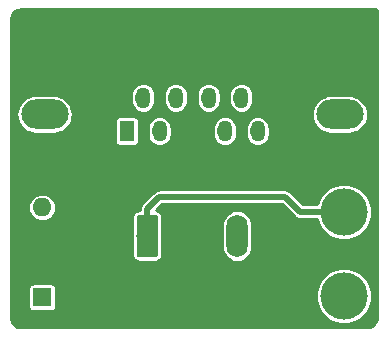
<source format=gbl>
G04 #@! TF.GenerationSoftware,KiCad,Pcbnew,(5.1.4)-1*
G04 #@! TF.CreationDate,2021-11-22T21:05:38+08:00*
G04 #@! TF.ProjectId,CAN-DB9,43414e2d-4442-4392-9e6b-696361645f70,rev?*
G04 #@! TF.SameCoordinates,Original*
G04 #@! TF.FileFunction,Copper,L2,Bot*
G04 #@! TF.FilePolarity,Positive*
%FSLAX46Y46*%
G04 Gerber Fmt 4.6, Leading zero omitted, Abs format (unit mm)*
G04 Created by KiCad (PCBNEW (5.1.4)-1) date 2021-11-22 21:05:38*
%MOMM*%
%LPD*%
G04 APERTURE LIST*
%ADD10O,1.600000X1.600000*%
%ADD11R,1.600000X1.600000*%
%ADD12C,4.000000*%
%ADD13O,1.270000X1.778000*%
%ADD14O,4.000000X2.500000*%
%ADD15R,1.270000X1.778000*%
%ADD16O,1.800000X3.600000*%
%ADD17C,0.100000*%
%ADD18C,1.800000*%
%ADD19C,0.508000*%
%ADD20C,0.254000*%
G04 APERTURE END LIST*
D10*
X103124000Y-77343000D03*
D11*
X103124000Y-84963000D03*
D12*
X128651000Y-84836000D03*
X128651000Y-77724000D03*
D13*
X119979000Y-68049000D03*
X117209000Y-68049000D03*
X114439000Y-68049000D03*
X121364000Y-70889000D03*
X118594000Y-70889000D03*
X115824000Y-70889000D03*
X113054000Y-70889000D03*
D14*
X128319000Y-69469000D03*
X103329000Y-69469000D03*
D13*
X111669000Y-68049000D03*
D15*
X110284000Y-70889000D03*
D16*
X119634000Y-79756000D03*
X115824000Y-79756000D03*
D17*
G36*
X112688504Y-77957204D02*
G01*
X112712773Y-77960804D01*
X112736571Y-77966765D01*
X112759671Y-77975030D01*
X112781849Y-77985520D01*
X112802893Y-77998133D01*
X112822598Y-78012747D01*
X112840777Y-78029223D01*
X112857253Y-78047402D01*
X112871867Y-78067107D01*
X112884480Y-78088151D01*
X112894970Y-78110329D01*
X112903235Y-78133429D01*
X112909196Y-78157227D01*
X112912796Y-78181496D01*
X112914000Y-78206000D01*
X112914000Y-81306000D01*
X112912796Y-81330504D01*
X112909196Y-81354773D01*
X112903235Y-81378571D01*
X112894970Y-81401671D01*
X112884480Y-81423849D01*
X112871867Y-81444893D01*
X112857253Y-81464598D01*
X112840777Y-81482777D01*
X112822598Y-81499253D01*
X112802893Y-81513867D01*
X112781849Y-81526480D01*
X112759671Y-81536970D01*
X112736571Y-81545235D01*
X112712773Y-81551196D01*
X112688504Y-81554796D01*
X112664000Y-81556000D01*
X111364000Y-81556000D01*
X111339496Y-81554796D01*
X111315227Y-81551196D01*
X111291429Y-81545235D01*
X111268329Y-81536970D01*
X111246151Y-81526480D01*
X111225107Y-81513867D01*
X111205402Y-81499253D01*
X111187223Y-81482777D01*
X111170747Y-81464598D01*
X111156133Y-81444893D01*
X111143520Y-81423849D01*
X111133030Y-81401671D01*
X111124765Y-81378571D01*
X111118804Y-81354773D01*
X111115204Y-81330504D01*
X111114000Y-81306000D01*
X111114000Y-78206000D01*
X111115204Y-78181496D01*
X111118804Y-78157227D01*
X111124765Y-78133429D01*
X111133030Y-78110329D01*
X111143520Y-78088151D01*
X111156133Y-78067107D01*
X111170747Y-78047402D01*
X111187223Y-78029223D01*
X111205402Y-78012747D01*
X111225107Y-77998133D01*
X111246151Y-77985520D01*
X111268329Y-77975030D01*
X111291429Y-77966765D01*
X111315227Y-77960804D01*
X111339496Y-77957204D01*
X111364000Y-77956000D01*
X112664000Y-77956000D01*
X112688504Y-77957204D01*
X112688504Y-77957204D01*
G37*
D18*
X112014000Y-79756000D03*
D19*
X112014000Y-77470000D02*
X112014000Y-79756000D01*
X113030000Y-76454000D02*
X112014000Y-77470000D01*
X123698000Y-76454000D02*
X113030000Y-76454000D01*
X128651000Y-77724000D02*
X124968000Y-77724000D01*
X124968000Y-77724000D02*
X123698000Y-76454000D01*
D20*
G36*
X131365649Y-60590967D02*
G01*
X131388834Y-60606459D01*
X131389921Y-60607345D01*
X131433323Y-60659808D01*
X131445000Y-60718510D01*
X131445000Y-86623766D01*
X131427624Y-86800189D01*
X131377978Y-86963850D01*
X131297362Y-87114672D01*
X131188870Y-87246870D01*
X131056672Y-87355362D01*
X130905850Y-87435978D01*
X130742189Y-87485624D01*
X130565766Y-87503000D01*
X101336234Y-87503000D01*
X101159811Y-87485624D01*
X100996150Y-87435978D01*
X100845328Y-87355362D01*
X100713130Y-87246870D01*
X100604638Y-87114672D01*
X100524022Y-86963850D01*
X100474376Y-86800189D01*
X100457000Y-86623766D01*
X100457000Y-84163000D01*
X101941157Y-84163000D01*
X101941157Y-85763000D01*
X101948513Y-85837689D01*
X101970299Y-85909508D01*
X102005678Y-85975696D01*
X102053289Y-86033711D01*
X102111304Y-86081322D01*
X102177492Y-86116701D01*
X102249311Y-86138487D01*
X102324000Y-86145843D01*
X103924000Y-86145843D01*
X103998689Y-86138487D01*
X104070508Y-86116701D01*
X104136696Y-86081322D01*
X104194711Y-86033711D01*
X104242322Y-85975696D01*
X104277701Y-85909508D01*
X104299487Y-85837689D01*
X104306843Y-85763000D01*
X104306843Y-84601492D01*
X126270000Y-84601492D01*
X126270000Y-85070508D01*
X126361500Y-85530512D01*
X126540985Y-85963827D01*
X126801556Y-86353799D01*
X127133201Y-86685444D01*
X127523173Y-86946015D01*
X127956488Y-87125500D01*
X128416492Y-87217000D01*
X128885508Y-87217000D01*
X129345512Y-87125500D01*
X129778827Y-86946015D01*
X130168799Y-86685444D01*
X130500444Y-86353799D01*
X130761015Y-85963827D01*
X130940500Y-85530512D01*
X131032000Y-85070508D01*
X131032000Y-84601492D01*
X130940500Y-84141488D01*
X130761015Y-83708173D01*
X130500444Y-83318201D01*
X130168799Y-82986556D01*
X129778827Y-82725985D01*
X129345512Y-82546500D01*
X128885508Y-82455000D01*
X128416492Y-82455000D01*
X127956488Y-82546500D01*
X127523173Y-82725985D01*
X127133201Y-82986556D01*
X126801556Y-83318201D01*
X126540985Y-83708173D01*
X126361500Y-84141488D01*
X126270000Y-84601492D01*
X104306843Y-84601492D01*
X104306843Y-84163000D01*
X104299487Y-84088311D01*
X104277701Y-84016492D01*
X104242322Y-83950304D01*
X104194711Y-83892289D01*
X104136696Y-83844678D01*
X104070508Y-83809299D01*
X103998689Y-83787513D01*
X103924000Y-83780157D01*
X102324000Y-83780157D01*
X102249311Y-83787513D01*
X102177492Y-83809299D01*
X102111304Y-83844678D01*
X102053289Y-83892289D01*
X102005678Y-83950304D01*
X101970299Y-84016492D01*
X101948513Y-84088311D01*
X101941157Y-84163000D01*
X100457000Y-84163000D01*
X100457000Y-77343000D01*
X101937286Y-77343000D01*
X101960088Y-77574516D01*
X102027619Y-77797136D01*
X102137283Y-78002303D01*
X102284866Y-78182134D01*
X102464697Y-78329717D01*
X102669864Y-78439381D01*
X102892484Y-78506912D01*
X103065984Y-78524000D01*
X103182016Y-78524000D01*
X103355516Y-78506912D01*
X103578136Y-78439381D01*
X103783303Y-78329717D01*
X103934053Y-78206000D01*
X110731157Y-78206000D01*
X110731157Y-81306000D01*
X110743317Y-81429462D01*
X110779329Y-81548179D01*
X110837810Y-81657589D01*
X110916512Y-81753488D01*
X111012411Y-81832190D01*
X111121821Y-81890671D01*
X111240538Y-81926683D01*
X111364000Y-81938843D01*
X112664000Y-81938843D01*
X112787462Y-81926683D01*
X112906179Y-81890671D01*
X113015589Y-81832190D01*
X113111488Y-81753488D01*
X113190190Y-81657589D01*
X113248671Y-81548179D01*
X113284683Y-81429462D01*
X113296843Y-81306000D01*
X113296843Y-78793071D01*
X118353000Y-78793071D01*
X118353000Y-80718930D01*
X118371536Y-80907120D01*
X118444785Y-81148589D01*
X118563735Y-81371129D01*
X118723815Y-81566186D01*
X118918872Y-81726266D01*
X119141412Y-81845216D01*
X119382881Y-81918465D01*
X119634000Y-81943198D01*
X119885120Y-81918465D01*
X120126589Y-81845216D01*
X120349129Y-81726266D01*
X120544186Y-81566186D01*
X120704266Y-81371129D01*
X120823216Y-81148589D01*
X120896465Y-80907120D01*
X120915000Y-80718930D01*
X120915000Y-78793070D01*
X120896465Y-78604880D01*
X120823216Y-78363411D01*
X120704266Y-78140871D01*
X120544186Y-77945814D01*
X120349128Y-77785734D01*
X120126588Y-77666784D01*
X119885119Y-77593535D01*
X119634000Y-77568802D01*
X119382880Y-77593535D01*
X119141411Y-77666784D01*
X118918871Y-77785734D01*
X118723814Y-77945814D01*
X118563734Y-78140872D01*
X118444784Y-78363412D01*
X118371535Y-78604881D01*
X118353000Y-78793071D01*
X113296843Y-78793071D01*
X113296843Y-78206000D01*
X113284683Y-78082538D01*
X113248671Y-77963821D01*
X113190190Y-77854411D01*
X113111488Y-77758512D01*
X113015589Y-77679810D01*
X112906179Y-77621329D01*
X112794556Y-77587469D01*
X113293025Y-77089000D01*
X123434976Y-77089000D01*
X124496930Y-78150955D01*
X124516815Y-78175185D01*
X124541043Y-78195068D01*
X124613505Y-78254537D01*
X124723820Y-78313502D01*
X124843518Y-78349812D01*
X124936808Y-78359000D01*
X124936818Y-78359000D01*
X124967999Y-78362071D01*
X124999180Y-78359000D01*
X126349662Y-78359000D01*
X126361500Y-78418512D01*
X126540985Y-78851827D01*
X126801556Y-79241799D01*
X127133201Y-79573444D01*
X127523173Y-79834015D01*
X127956488Y-80013500D01*
X128416492Y-80105000D01*
X128885508Y-80105000D01*
X129345512Y-80013500D01*
X129778827Y-79834015D01*
X130168799Y-79573444D01*
X130500444Y-79241799D01*
X130761015Y-78851827D01*
X130940500Y-78418512D01*
X131032000Y-77958508D01*
X131032000Y-77489492D01*
X130940500Y-77029488D01*
X130761015Y-76596173D01*
X130500444Y-76206201D01*
X130168799Y-75874556D01*
X129778827Y-75613985D01*
X129345512Y-75434500D01*
X128885508Y-75343000D01*
X128416492Y-75343000D01*
X127956488Y-75434500D01*
X127523173Y-75613985D01*
X127133201Y-75874556D01*
X126801556Y-76206201D01*
X126540985Y-76596173D01*
X126361500Y-77029488D01*
X126349662Y-77089000D01*
X125231025Y-77089000D01*
X124169074Y-76027050D01*
X124149185Y-76002815D01*
X124052494Y-75923463D01*
X123942180Y-75864498D01*
X123822482Y-75828188D01*
X123729192Y-75819000D01*
X123729181Y-75819000D01*
X123698000Y-75815929D01*
X123666819Y-75819000D01*
X113061181Y-75819000D01*
X113030000Y-75815929D01*
X112998819Y-75819000D01*
X112998808Y-75819000D01*
X112905518Y-75828188D01*
X112785820Y-75864498D01*
X112675506Y-75923463D01*
X112578815Y-76002815D01*
X112558930Y-76027045D01*
X111587050Y-76998926D01*
X111562815Y-77018815D01*
X111483463Y-77115507D01*
X111424498Y-77225821D01*
X111388188Y-77345519D01*
X111379000Y-77438809D01*
X111379000Y-77438819D01*
X111375929Y-77470000D01*
X111379000Y-77501181D01*
X111379000Y-77573157D01*
X111364000Y-77573157D01*
X111240538Y-77585317D01*
X111121821Y-77621329D01*
X111012411Y-77679810D01*
X110916512Y-77758512D01*
X110837810Y-77854411D01*
X110779329Y-77963821D01*
X110743317Y-78082538D01*
X110731157Y-78206000D01*
X103934053Y-78206000D01*
X103963134Y-78182134D01*
X104110717Y-78002303D01*
X104220381Y-77797136D01*
X104287912Y-77574516D01*
X104310714Y-77343000D01*
X104287912Y-77111484D01*
X104220381Y-76888864D01*
X104110717Y-76683697D01*
X103963134Y-76503866D01*
X103783303Y-76356283D01*
X103578136Y-76246619D01*
X103355516Y-76179088D01*
X103182016Y-76162000D01*
X103065984Y-76162000D01*
X102892484Y-76179088D01*
X102669864Y-76246619D01*
X102464697Y-76356283D01*
X102284866Y-76503866D01*
X102137283Y-76683697D01*
X102027619Y-76888864D01*
X101960088Y-77111484D01*
X101937286Y-77343000D01*
X100457000Y-77343000D01*
X100457000Y-69469000D01*
X100940109Y-69469000D01*
X100971600Y-69788732D01*
X101064862Y-70096176D01*
X101216312Y-70379519D01*
X101420129Y-70627871D01*
X101668481Y-70831688D01*
X101951824Y-70983138D01*
X102259268Y-71076400D01*
X102498882Y-71100000D01*
X104159118Y-71100000D01*
X104398732Y-71076400D01*
X104706176Y-70983138D01*
X104989519Y-70831688D01*
X105237871Y-70627871D01*
X105441688Y-70379519D01*
X105593138Y-70096176D01*
X105622312Y-70000000D01*
X109266157Y-70000000D01*
X109266157Y-71778000D01*
X109273513Y-71852689D01*
X109295299Y-71924508D01*
X109330678Y-71990696D01*
X109378289Y-72048711D01*
X109436304Y-72096322D01*
X109502492Y-72131701D01*
X109574311Y-72153487D01*
X109649000Y-72160843D01*
X110919000Y-72160843D01*
X110993689Y-72153487D01*
X111065508Y-72131701D01*
X111131696Y-72096322D01*
X111189711Y-72048711D01*
X111237322Y-71990696D01*
X111272701Y-71924508D01*
X111294487Y-71852689D01*
X111301843Y-71778000D01*
X111301843Y-70585098D01*
X112038000Y-70585098D01*
X112038000Y-71192901D01*
X112052702Y-71342170D01*
X112110798Y-71533686D01*
X112205140Y-71710190D01*
X112332104Y-71864896D01*
X112486810Y-71991860D01*
X112663313Y-72086202D01*
X112854829Y-72144298D01*
X113054000Y-72163915D01*
X113253170Y-72144298D01*
X113444686Y-72086202D01*
X113621190Y-71991860D01*
X113775896Y-71864896D01*
X113902860Y-71710190D01*
X113997202Y-71533687D01*
X114055298Y-71342171D01*
X114070000Y-71192902D01*
X114070000Y-70585099D01*
X114070000Y-70585098D01*
X117578000Y-70585098D01*
X117578000Y-71192901D01*
X117592702Y-71342170D01*
X117650798Y-71533686D01*
X117745140Y-71710190D01*
X117872104Y-71864896D01*
X118026810Y-71991860D01*
X118203313Y-72086202D01*
X118394829Y-72144298D01*
X118594000Y-72163915D01*
X118793170Y-72144298D01*
X118984686Y-72086202D01*
X119161190Y-71991860D01*
X119315896Y-71864896D01*
X119442860Y-71710190D01*
X119537202Y-71533687D01*
X119595298Y-71342171D01*
X119610000Y-71192902D01*
X119610000Y-70585099D01*
X119610000Y-70585098D01*
X120348000Y-70585098D01*
X120348000Y-71192901D01*
X120362702Y-71342170D01*
X120420798Y-71533686D01*
X120515140Y-71710190D01*
X120642104Y-71864896D01*
X120796810Y-71991860D01*
X120973313Y-72086202D01*
X121164829Y-72144298D01*
X121364000Y-72163915D01*
X121563170Y-72144298D01*
X121754686Y-72086202D01*
X121931190Y-71991860D01*
X122085896Y-71864896D01*
X122212860Y-71710190D01*
X122307202Y-71533687D01*
X122365298Y-71342171D01*
X122380000Y-71192902D01*
X122380000Y-70585099D01*
X122365298Y-70435830D01*
X122307202Y-70244313D01*
X122212860Y-70067810D01*
X122085896Y-69913104D01*
X121931190Y-69786140D01*
X121754687Y-69691798D01*
X121563171Y-69633702D01*
X121364000Y-69614085D01*
X121164830Y-69633702D01*
X120973314Y-69691798D01*
X120796811Y-69786140D01*
X120642105Y-69913104D01*
X120515141Y-70067810D01*
X120420798Y-70244313D01*
X120362702Y-70435829D01*
X120348000Y-70585098D01*
X119610000Y-70585098D01*
X119595298Y-70435830D01*
X119537202Y-70244313D01*
X119442860Y-70067810D01*
X119315896Y-69913104D01*
X119161190Y-69786140D01*
X118984687Y-69691798D01*
X118793171Y-69633702D01*
X118594000Y-69614085D01*
X118394830Y-69633702D01*
X118203314Y-69691798D01*
X118026811Y-69786140D01*
X117872105Y-69913104D01*
X117745141Y-70067810D01*
X117650798Y-70244313D01*
X117592702Y-70435829D01*
X117578000Y-70585098D01*
X114070000Y-70585098D01*
X114055298Y-70435830D01*
X113997202Y-70244313D01*
X113902860Y-70067810D01*
X113775896Y-69913104D01*
X113621190Y-69786140D01*
X113444687Y-69691798D01*
X113253171Y-69633702D01*
X113054000Y-69614085D01*
X112854830Y-69633702D01*
X112663314Y-69691798D01*
X112486811Y-69786140D01*
X112332105Y-69913104D01*
X112205141Y-70067810D01*
X112110798Y-70244313D01*
X112052702Y-70435829D01*
X112038000Y-70585098D01*
X111301843Y-70585098D01*
X111301843Y-70000000D01*
X111294487Y-69925311D01*
X111272701Y-69853492D01*
X111237322Y-69787304D01*
X111189711Y-69729289D01*
X111131696Y-69681678D01*
X111065508Y-69646299D01*
X110993689Y-69624513D01*
X110919000Y-69617157D01*
X109649000Y-69617157D01*
X109574311Y-69624513D01*
X109502492Y-69646299D01*
X109436304Y-69681678D01*
X109378289Y-69729289D01*
X109330678Y-69787304D01*
X109295299Y-69853492D01*
X109273513Y-69925311D01*
X109266157Y-70000000D01*
X105622312Y-70000000D01*
X105686400Y-69788732D01*
X105717891Y-69469000D01*
X125930109Y-69469000D01*
X125961600Y-69788732D01*
X126054862Y-70096176D01*
X126206312Y-70379519D01*
X126410129Y-70627871D01*
X126658481Y-70831688D01*
X126941824Y-70983138D01*
X127249268Y-71076400D01*
X127488882Y-71100000D01*
X129149118Y-71100000D01*
X129388732Y-71076400D01*
X129696176Y-70983138D01*
X129979519Y-70831688D01*
X130227871Y-70627871D01*
X130431688Y-70379519D01*
X130583138Y-70096176D01*
X130676400Y-69788732D01*
X130707891Y-69469000D01*
X130676400Y-69149268D01*
X130583138Y-68841824D01*
X130431688Y-68558481D01*
X130227871Y-68310129D01*
X129979519Y-68106312D01*
X129696176Y-67954862D01*
X129388732Y-67861600D01*
X129149118Y-67838000D01*
X127488882Y-67838000D01*
X127249268Y-67861600D01*
X126941824Y-67954862D01*
X126658481Y-68106312D01*
X126410129Y-68310129D01*
X126206312Y-68558481D01*
X126054862Y-68841824D01*
X125961600Y-69149268D01*
X125930109Y-69469000D01*
X105717891Y-69469000D01*
X105686400Y-69149268D01*
X105593138Y-68841824D01*
X105441688Y-68558481D01*
X105237871Y-68310129D01*
X104989519Y-68106312D01*
X104706176Y-67954862D01*
X104398732Y-67861600D01*
X104159118Y-67838000D01*
X102498882Y-67838000D01*
X102259268Y-67861600D01*
X101951824Y-67954862D01*
X101668481Y-68106312D01*
X101420129Y-68310129D01*
X101216312Y-68558481D01*
X101064862Y-68841824D01*
X100971600Y-69149268D01*
X100940109Y-69469000D01*
X100457000Y-69469000D01*
X100457000Y-67745098D01*
X110653000Y-67745098D01*
X110653000Y-68352901D01*
X110667702Y-68502170D01*
X110725798Y-68693686D01*
X110820140Y-68870190D01*
X110947104Y-69024896D01*
X111101810Y-69151860D01*
X111278313Y-69246202D01*
X111469829Y-69304298D01*
X111669000Y-69323915D01*
X111868170Y-69304298D01*
X112059686Y-69246202D01*
X112236190Y-69151860D01*
X112390896Y-69024896D01*
X112517860Y-68870190D01*
X112612202Y-68693687D01*
X112670298Y-68502171D01*
X112685000Y-68352902D01*
X112685000Y-67745099D01*
X112685000Y-67745098D01*
X113423000Y-67745098D01*
X113423000Y-68352901D01*
X113437702Y-68502170D01*
X113495798Y-68693686D01*
X113590140Y-68870190D01*
X113717104Y-69024896D01*
X113871810Y-69151860D01*
X114048313Y-69246202D01*
X114239829Y-69304298D01*
X114439000Y-69323915D01*
X114638170Y-69304298D01*
X114829686Y-69246202D01*
X115006190Y-69151860D01*
X115160896Y-69024896D01*
X115287860Y-68870190D01*
X115382202Y-68693687D01*
X115440298Y-68502171D01*
X115455000Y-68352902D01*
X115455000Y-67745099D01*
X115455000Y-67745098D01*
X116193000Y-67745098D01*
X116193000Y-68352901D01*
X116207702Y-68502170D01*
X116265798Y-68693686D01*
X116360140Y-68870190D01*
X116487104Y-69024896D01*
X116641810Y-69151860D01*
X116818313Y-69246202D01*
X117009829Y-69304298D01*
X117209000Y-69323915D01*
X117408170Y-69304298D01*
X117599686Y-69246202D01*
X117776190Y-69151860D01*
X117930896Y-69024896D01*
X118057860Y-68870190D01*
X118152202Y-68693687D01*
X118210298Y-68502171D01*
X118225000Y-68352902D01*
X118225000Y-67745099D01*
X118225000Y-67745098D01*
X118963000Y-67745098D01*
X118963000Y-68352901D01*
X118977702Y-68502170D01*
X119035798Y-68693686D01*
X119130140Y-68870190D01*
X119257104Y-69024896D01*
X119411810Y-69151860D01*
X119588313Y-69246202D01*
X119779829Y-69304298D01*
X119979000Y-69323915D01*
X120178170Y-69304298D01*
X120369686Y-69246202D01*
X120546190Y-69151860D01*
X120700896Y-69024896D01*
X120827860Y-68870190D01*
X120922202Y-68693687D01*
X120980298Y-68502171D01*
X120995000Y-68352902D01*
X120995000Y-67745099D01*
X120980298Y-67595830D01*
X120922202Y-67404313D01*
X120827860Y-67227810D01*
X120700896Y-67073104D01*
X120546190Y-66946140D01*
X120369687Y-66851798D01*
X120178171Y-66793702D01*
X119979000Y-66774085D01*
X119779830Y-66793702D01*
X119588314Y-66851798D01*
X119411811Y-66946140D01*
X119257105Y-67073104D01*
X119130141Y-67227810D01*
X119035798Y-67404313D01*
X118977702Y-67595829D01*
X118963000Y-67745098D01*
X118225000Y-67745098D01*
X118210298Y-67595830D01*
X118152202Y-67404313D01*
X118057860Y-67227810D01*
X117930896Y-67073104D01*
X117776190Y-66946140D01*
X117599687Y-66851798D01*
X117408171Y-66793702D01*
X117209000Y-66774085D01*
X117009830Y-66793702D01*
X116818314Y-66851798D01*
X116641811Y-66946140D01*
X116487105Y-67073104D01*
X116360141Y-67227810D01*
X116265798Y-67404313D01*
X116207702Y-67595829D01*
X116193000Y-67745098D01*
X115455000Y-67745098D01*
X115440298Y-67595830D01*
X115382202Y-67404313D01*
X115287860Y-67227810D01*
X115160896Y-67073104D01*
X115006190Y-66946140D01*
X114829687Y-66851798D01*
X114638171Y-66793702D01*
X114439000Y-66774085D01*
X114239830Y-66793702D01*
X114048314Y-66851798D01*
X113871811Y-66946140D01*
X113717105Y-67073104D01*
X113590141Y-67227810D01*
X113495798Y-67404313D01*
X113437702Y-67595829D01*
X113423000Y-67745098D01*
X112685000Y-67745098D01*
X112670298Y-67595830D01*
X112612202Y-67404313D01*
X112517860Y-67227810D01*
X112390896Y-67073104D01*
X112236190Y-66946140D01*
X112059687Y-66851798D01*
X111868171Y-66793702D01*
X111669000Y-66774085D01*
X111469830Y-66793702D01*
X111278314Y-66851798D01*
X111101811Y-66946140D01*
X110947105Y-67073104D01*
X110820141Y-67227810D01*
X110725798Y-67404313D01*
X110667702Y-67595829D01*
X110653000Y-67745098D01*
X100457000Y-67745098D01*
X100457000Y-61458234D01*
X100474376Y-61281811D01*
X100524022Y-61118150D01*
X100604638Y-60967328D01*
X100713130Y-60835130D01*
X100845328Y-60726638D01*
X100996150Y-60646022D01*
X101159811Y-60596376D01*
X101336234Y-60579000D01*
X131305490Y-60579000D01*
X131365649Y-60590967D01*
X131365649Y-60590967D01*
G37*
X131365649Y-60590967D02*
X131388834Y-60606459D01*
X131389921Y-60607345D01*
X131433323Y-60659808D01*
X131445000Y-60718510D01*
X131445000Y-86623766D01*
X131427624Y-86800189D01*
X131377978Y-86963850D01*
X131297362Y-87114672D01*
X131188870Y-87246870D01*
X131056672Y-87355362D01*
X130905850Y-87435978D01*
X130742189Y-87485624D01*
X130565766Y-87503000D01*
X101336234Y-87503000D01*
X101159811Y-87485624D01*
X100996150Y-87435978D01*
X100845328Y-87355362D01*
X100713130Y-87246870D01*
X100604638Y-87114672D01*
X100524022Y-86963850D01*
X100474376Y-86800189D01*
X100457000Y-86623766D01*
X100457000Y-84163000D01*
X101941157Y-84163000D01*
X101941157Y-85763000D01*
X101948513Y-85837689D01*
X101970299Y-85909508D01*
X102005678Y-85975696D01*
X102053289Y-86033711D01*
X102111304Y-86081322D01*
X102177492Y-86116701D01*
X102249311Y-86138487D01*
X102324000Y-86145843D01*
X103924000Y-86145843D01*
X103998689Y-86138487D01*
X104070508Y-86116701D01*
X104136696Y-86081322D01*
X104194711Y-86033711D01*
X104242322Y-85975696D01*
X104277701Y-85909508D01*
X104299487Y-85837689D01*
X104306843Y-85763000D01*
X104306843Y-84601492D01*
X126270000Y-84601492D01*
X126270000Y-85070508D01*
X126361500Y-85530512D01*
X126540985Y-85963827D01*
X126801556Y-86353799D01*
X127133201Y-86685444D01*
X127523173Y-86946015D01*
X127956488Y-87125500D01*
X128416492Y-87217000D01*
X128885508Y-87217000D01*
X129345512Y-87125500D01*
X129778827Y-86946015D01*
X130168799Y-86685444D01*
X130500444Y-86353799D01*
X130761015Y-85963827D01*
X130940500Y-85530512D01*
X131032000Y-85070508D01*
X131032000Y-84601492D01*
X130940500Y-84141488D01*
X130761015Y-83708173D01*
X130500444Y-83318201D01*
X130168799Y-82986556D01*
X129778827Y-82725985D01*
X129345512Y-82546500D01*
X128885508Y-82455000D01*
X128416492Y-82455000D01*
X127956488Y-82546500D01*
X127523173Y-82725985D01*
X127133201Y-82986556D01*
X126801556Y-83318201D01*
X126540985Y-83708173D01*
X126361500Y-84141488D01*
X126270000Y-84601492D01*
X104306843Y-84601492D01*
X104306843Y-84163000D01*
X104299487Y-84088311D01*
X104277701Y-84016492D01*
X104242322Y-83950304D01*
X104194711Y-83892289D01*
X104136696Y-83844678D01*
X104070508Y-83809299D01*
X103998689Y-83787513D01*
X103924000Y-83780157D01*
X102324000Y-83780157D01*
X102249311Y-83787513D01*
X102177492Y-83809299D01*
X102111304Y-83844678D01*
X102053289Y-83892289D01*
X102005678Y-83950304D01*
X101970299Y-84016492D01*
X101948513Y-84088311D01*
X101941157Y-84163000D01*
X100457000Y-84163000D01*
X100457000Y-77343000D01*
X101937286Y-77343000D01*
X101960088Y-77574516D01*
X102027619Y-77797136D01*
X102137283Y-78002303D01*
X102284866Y-78182134D01*
X102464697Y-78329717D01*
X102669864Y-78439381D01*
X102892484Y-78506912D01*
X103065984Y-78524000D01*
X103182016Y-78524000D01*
X103355516Y-78506912D01*
X103578136Y-78439381D01*
X103783303Y-78329717D01*
X103934053Y-78206000D01*
X110731157Y-78206000D01*
X110731157Y-81306000D01*
X110743317Y-81429462D01*
X110779329Y-81548179D01*
X110837810Y-81657589D01*
X110916512Y-81753488D01*
X111012411Y-81832190D01*
X111121821Y-81890671D01*
X111240538Y-81926683D01*
X111364000Y-81938843D01*
X112664000Y-81938843D01*
X112787462Y-81926683D01*
X112906179Y-81890671D01*
X113015589Y-81832190D01*
X113111488Y-81753488D01*
X113190190Y-81657589D01*
X113248671Y-81548179D01*
X113284683Y-81429462D01*
X113296843Y-81306000D01*
X113296843Y-78793071D01*
X118353000Y-78793071D01*
X118353000Y-80718930D01*
X118371536Y-80907120D01*
X118444785Y-81148589D01*
X118563735Y-81371129D01*
X118723815Y-81566186D01*
X118918872Y-81726266D01*
X119141412Y-81845216D01*
X119382881Y-81918465D01*
X119634000Y-81943198D01*
X119885120Y-81918465D01*
X120126589Y-81845216D01*
X120349129Y-81726266D01*
X120544186Y-81566186D01*
X120704266Y-81371129D01*
X120823216Y-81148589D01*
X120896465Y-80907120D01*
X120915000Y-80718930D01*
X120915000Y-78793070D01*
X120896465Y-78604880D01*
X120823216Y-78363411D01*
X120704266Y-78140871D01*
X120544186Y-77945814D01*
X120349128Y-77785734D01*
X120126588Y-77666784D01*
X119885119Y-77593535D01*
X119634000Y-77568802D01*
X119382880Y-77593535D01*
X119141411Y-77666784D01*
X118918871Y-77785734D01*
X118723814Y-77945814D01*
X118563734Y-78140872D01*
X118444784Y-78363412D01*
X118371535Y-78604881D01*
X118353000Y-78793071D01*
X113296843Y-78793071D01*
X113296843Y-78206000D01*
X113284683Y-78082538D01*
X113248671Y-77963821D01*
X113190190Y-77854411D01*
X113111488Y-77758512D01*
X113015589Y-77679810D01*
X112906179Y-77621329D01*
X112794556Y-77587469D01*
X113293025Y-77089000D01*
X123434976Y-77089000D01*
X124496930Y-78150955D01*
X124516815Y-78175185D01*
X124541043Y-78195068D01*
X124613505Y-78254537D01*
X124723820Y-78313502D01*
X124843518Y-78349812D01*
X124936808Y-78359000D01*
X124936818Y-78359000D01*
X124967999Y-78362071D01*
X124999180Y-78359000D01*
X126349662Y-78359000D01*
X126361500Y-78418512D01*
X126540985Y-78851827D01*
X126801556Y-79241799D01*
X127133201Y-79573444D01*
X127523173Y-79834015D01*
X127956488Y-80013500D01*
X128416492Y-80105000D01*
X128885508Y-80105000D01*
X129345512Y-80013500D01*
X129778827Y-79834015D01*
X130168799Y-79573444D01*
X130500444Y-79241799D01*
X130761015Y-78851827D01*
X130940500Y-78418512D01*
X131032000Y-77958508D01*
X131032000Y-77489492D01*
X130940500Y-77029488D01*
X130761015Y-76596173D01*
X130500444Y-76206201D01*
X130168799Y-75874556D01*
X129778827Y-75613985D01*
X129345512Y-75434500D01*
X128885508Y-75343000D01*
X128416492Y-75343000D01*
X127956488Y-75434500D01*
X127523173Y-75613985D01*
X127133201Y-75874556D01*
X126801556Y-76206201D01*
X126540985Y-76596173D01*
X126361500Y-77029488D01*
X126349662Y-77089000D01*
X125231025Y-77089000D01*
X124169074Y-76027050D01*
X124149185Y-76002815D01*
X124052494Y-75923463D01*
X123942180Y-75864498D01*
X123822482Y-75828188D01*
X123729192Y-75819000D01*
X123729181Y-75819000D01*
X123698000Y-75815929D01*
X123666819Y-75819000D01*
X113061181Y-75819000D01*
X113030000Y-75815929D01*
X112998819Y-75819000D01*
X112998808Y-75819000D01*
X112905518Y-75828188D01*
X112785820Y-75864498D01*
X112675506Y-75923463D01*
X112578815Y-76002815D01*
X112558930Y-76027045D01*
X111587050Y-76998926D01*
X111562815Y-77018815D01*
X111483463Y-77115507D01*
X111424498Y-77225821D01*
X111388188Y-77345519D01*
X111379000Y-77438809D01*
X111379000Y-77438819D01*
X111375929Y-77470000D01*
X111379000Y-77501181D01*
X111379000Y-77573157D01*
X111364000Y-77573157D01*
X111240538Y-77585317D01*
X111121821Y-77621329D01*
X111012411Y-77679810D01*
X110916512Y-77758512D01*
X110837810Y-77854411D01*
X110779329Y-77963821D01*
X110743317Y-78082538D01*
X110731157Y-78206000D01*
X103934053Y-78206000D01*
X103963134Y-78182134D01*
X104110717Y-78002303D01*
X104220381Y-77797136D01*
X104287912Y-77574516D01*
X104310714Y-77343000D01*
X104287912Y-77111484D01*
X104220381Y-76888864D01*
X104110717Y-76683697D01*
X103963134Y-76503866D01*
X103783303Y-76356283D01*
X103578136Y-76246619D01*
X103355516Y-76179088D01*
X103182016Y-76162000D01*
X103065984Y-76162000D01*
X102892484Y-76179088D01*
X102669864Y-76246619D01*
X102464697Y-76356283D01*
X102284866Y-76503866D01*
X102137283Y-76683697D01*
X102027619Y-76888864D01*
X101960088Y-77111484D01*
X101937286Y-77343000D01*
X100457000Y-77343000D01*
X100457000Y-69469000D01*
X100940109Y-69469000D01*
X100971600Y-69788732D01*
X101064862Y-70096176D01*
X101216312Y-70379519D01*
X101420129Y-70627871D01*
X101668481Y-70831688D01*
X101951824Y-70983138D01*
X102259268Y-71076400D01*
X102498882Y-71100000D01*
X104159118Y-71100000D01*
X104398732Y-71076400D01*
X104706176Y-70983138D01*
X104989519Y-70831688D01*
X105237871Y-70627871D01*
X105441688Y-70379519D01*
X105593138Y-70096176D01*
X105622312Y-70000000D01*
X109266157Y-70000000D01*
X109266157Y-71778000D01*
X109273513Y-71852689D01*
X109295299Y-71924508D01*
X109330678Y-71990696D01*
X109378289Y-72048711D01*
X109436304Y-72096322D01*
X109502492Y-72131701D01*
X109574311Y-72153487D01*
X109649000Y-72160843D01*
X110919000Y-72160843D01*
X110993689Y-72153487D01*
X111065508Y-72131701D01*
X111131696Y-72096322D01*
X111189711Y-72048711D01*
X111237322Y-71990696D01*
X111272701Y-71924508D01*
X111294487Y-71852689D01*
X111301843Y-71778000D01*
X111301843Y-70585098D01*
X112038000Y-70585098D01*
X112038000Y-71192901D01*
X112052702Y-71342170D01*
X112110798Y-71533686D01*
X112205140Y-71710190D01*
X112332104Y-71864896D01*
X112486810Y-71991860D01*
X112663313Y-72086202D01*
X112854829Y-72144298D01*
X113054000Y-72163915D01*
X113253170Y-72144298D01*
X113444686Y-72086202D01*
X113621190Y-71991860D01*
X113775896Y-71864896D01*
X113902860Y-71710190D01*
X113997202Y-71533687D01*
X114055298Y-71342171D01*
X114070000Y-71192902D01*
X114070000Y-70585099D01*
X114070000Y-70585098D01*
X117578000Y-70585098D01*
X117578000Y-71192901D01*
X117592702Y-71342170D01*
X117650798Y-71533686D01*
X117745140Y-71710190D01*
X117872104Y-71864896D01*
X118026810Y-71991860D01*
X118203313Y-72086202D01*
X118394829Y-72144298D01*
X118594000Y-72163915D01*
X118793170Y-72144298D01*
X118984686Y-72086202D01*
X119161190Y-71991860D01*
X119315896Y-71864896D01*
X119442860Y-71710190D01*
X119537202Y-71533687D01*
X119595298Y-71342171D01*
X119610000Y-71192902D01*
X119610000Y-70585099D01*
X119610000Y-70585098D01*
X120348000Y-70585098D01*
X120348000Y-71192901D01*
X120362702Y-71342170D01*
X120420798Y-71533686D01*
X120515140Y-71710190D01*
X120642104Y-71864896D01*
X120796810Y-71991860D01*
X120973313Y-72086202D01*
X121164829Y-72144298D01*
X121364000Y-72163915D01*
X121563170Y-72144298D01*
X121754686Y-72086202D01*
X121931190Y-71991860D01*
X122085896Y-71864896D01*
X122212860Y-71710190D01*
X122307202Y-71533687D01*
X122365298Y-71342171D01*
X122380000Y-71192902D01*
X122380000Y-70585099D01*
X122365298Y-70435830D01*
X122307202Y-70244313D01*
X122212860Y-70067810D01*
X122085896Y-69913104D01*
X121931190Y-69786140D01*
X121754687Y-69691798D01*
X121563171Y-69633702D01*
X121364000Y-69614085D01*
X121164830Y-69633702D01*
X120973314Y-69691798D01*
X120796811Y-69786140D01*
X120642105Y-69913104D01*
X120515141Y-70067810D01*
X120420798Y-70244313D01*
X120362702Y-70435829D01*
X120348000Y-70585098D01*
X119610000Y-70585098D01*
X119595298Y-70435830D01*
X119537202Y-70244313D01*
X119442860Y-70067810D01*
X119315896Y-69913104D01*
X119161190Y-69786140D01*
X118984687Y-69691798D01*
X118793171Y-69633702D01*
X118594000Y-69614085D01*
X118394830Y-69633702D01*
X118203314Y-69691798D01*
X118026811Y-69786140D01*
X117872105Y-69913104D01*
X117745141Y-70067810D01*
X117650798Y-70244313D01*
X117592702Y-70435829D01*
X117578000Y-70585098D01*
X114070000Y-70585098D01*
X114055298Y-70435830D01*
X113997202Y-70244313D01*
X113902860Y-70067810D01*
X113775896Y-69913104D01*
X113621190Y-69786140D01*
X113444687Y-69691798D01*
X113253171Y-69633702D01*
X113054000Y-69614085D01*
X112854830Y-69633702D01*
X112663314Y-69691798D01*
X112486811Y-69786140D01*
X112332105Y-69913104D01*
X112205141Y-70067810D01*
X112110798Y-70244313D01*
X112052702Y-70435829D01*
X112038000Y-70585098D01*
X111301843Y-70585098D01*
X111301843Y-70000000D01*
X111294487Y-69925311D01*
X111272701Y-69853492D01*
X111237322Y-69787304D01*
X111189711Y-69729289D01*
X111131696Y-69681678D01*
X111065508Y-69646299D01*
X110993689Y-69624513D01*
X110919000Y-69617157D01*
X109649000Y-69617157D01*
X109574311Y-69624513D01*
X109502492Y-69646299D01*
X109436304Y-69681678D01*
X109378289Y-69729289D01*
X109330678Y-69787304D01*
X109295299Y-69853492D01*
X109273513Y-69925311D01*
X109266157Y-70000000D01*
X105622312Y-70000000D01*
X105686400Y-69788732D01*
X105717891Y-69469000D01*
X125930109Y-69469000D01*
X125961600Y-69788732D01*
X126054862Y-70096176D01*
X126206312Y-70379519D01*
X126410129Y-70627871D01*
X126658481Y-70831688D01*
X126941824Y-70983138D01*
X127249268Y-71076400D01*
X127488882Y-71100000D01*
X129149118Y-71100000D01*
X129388732Y-71076400D01*
X129696176Y-70983138D01*
X129979519Y-70831688D01*
X130227871Y-70627871D01*
X130431688Y-70379519D01*
X130583138Y-70096176D01*
X130676400Y-69788732D01*
X130707891Y-69469000D01*
X130676400Y-69149268D01*
X130583138Y-68841824D01*
X130431688Y-68558481D01*
X130227871Y-68310129D01*
X129979519Y-68106312D01*
X129696176Y-67954862D01*
X129388732Y-67861600D01*
X129149118Y-67838000D01*
X127488882Y-67838000D01*
X127249268Y-67861600D01*
X126941824Y-67954862D01*
X126658481Y-68106312D01*
X126410129Y-68310129D01*
X126206312Y-68558481D01*
X126054862Y-68841824D01*
X125961600Y-69149268D01*
X125930109Y-69469000D01*
X105717891Y-69469000D01*
X105686400Y-69149268D01*
X105593138Y-68841824D01*
X105441688Y-68558481D01*
X105237871Y-68310129D01*
X104989519Y-68106312D01*
X104706176Y-67954862D01*
X104398732Y-67861600D01*
X104159118Y-67838000D01*
X102498882Y-67838000D01*
X102259268Y-67861600D01*
X101951824Y-67954862D01*
X101668481Y-68106312D01*
X101420129Y-68310129D01*
X101216312Y-68558481D01*
X101064862Y-68841824D01*
X100971600Y-69149268D01*
X100940109Y-69469000D01*
X100457000Y-69469000D01*
X100457000Y-67745098D01*
X110653000Y-67745098D01*
X110653000Y-68352901D01*
X110667702Y-68502170D01*
X110725798Y-68693686D01*
X110820140Y-68870190D01*
X110947104Y-69024896D01*
X111101810Y-69151860D01*
X111278313Y-69246202D01*
X111469829Y-69304298D01*
X111669000Y-69323915D01*
X111868170Y-69304298D01*
X112059686Y-69246202D01*
X112236190Y-69151860D01*
X112390896Y-69024896D01*
X112517860Y-68870190D01*
X112612202Y-68693687D01*
X112670298Y-68502171D01*
X112685000Y-68352902D01*
X112685000Y-67745099D01*
X112685000Y-67745098D01*
X113423000Y-67745098D01*
X113423000Y-68352901D01*
X113437702Y-68502170D01*
X113495798Y-68693686D01*
X113590140Y-68870190D01*
X113717104Y-69024896D01*
X113871810Y-69151860D01*
X114048313Y-69246202D01*
X114239829Y-69304298D01*
X114439000Y-69323915D01*
X114638170Y-69304298D01*
X114829686Y-69246202D01*
X115006190Y-69151860D01*
X115160896Y-69024896D01*
X115287860Y-68870190D01*
X115382202Y-68693687D01*
X115440298Y-68502171D01*
X115455000Y-68352902D01*
X115455000Y-67745099D01*
X115455000Y-67745098D01*
X116193000Y-67745098D01*
X116193000Y-68352901D01*
X116207702Y-68502170D01*
X116265798Y-68693686D01*
X116360140Y-68870190D01*
X116487104Y-69024896D01*
X116641810Y-69151860D01*
X116818313Y-69246202D01*
X117009829Y-69304298D01*
X117209000Y-69323915D01*
X117408170Y-69304298D01*
X117599686Y-69246202D01*
X117776190Y-69151860D01*
X117930896Y-69024896D01*
X118057860Y-68870190D01*
X118152202Y-68693687D01*
X118210298Y-68502171D01*
X118225000Y-68352902D01*
X118225000Y-67745099D01*
X118225000Y-67745098D01*
X118963000Y-67745098D01*
X118963000Y-68352901D01*
X118977702Y-68502170D01*
X119035798Y-68693686D01*
X119130140Y-68870190D01*
X119257104Y-69024896D01*
X119411810Y-69151860D01*
X119588313Y-69246202D01*
X119779829Y-69304298D01*
X119979000Y-69323915D01*
X120178170Y-69304298D01*
X120369686Y-69246202D01*
X120546190Y-69151860D01*
X120700896Y-69024896D01*
X120827860Y-68870190D01*
X120922202Y-68693687D01*
X120980298Y-68502171D01*
X120995000Y-68352902D01*
X120995000Y-67745099D01*
X120980298Y-67595830D01*
X120922202Y-67404313D01*
X120827860Y-67227810D01*
X120700896Y-67073104D01*
X120546190Y-66946140D01*
X120369687Y-66851798D01*
X120178171Y-66793702D01*
X119979000Y-66774085D01*
X119779830Y-66793702D01*
X119588314Y-66851798D01*
X119411811Y-66946140D01*
X119257105Y-67073104D01*
X119130141Y-67227810D01*
X119035798Y-67404313D01*
X118977702Y-67595829D01*
X118963000Y-67745098D01*
X118225000Y-67745098D01*
X118210298Y-67595830D01*
X118152202Y-67404313D01*
X118057860Y-67227810D01*
X117930896Y-67073104D01*
X117776190Y-66946140D01*
X117599687Y-66851798D01*
X117408171Y-66793702D01*
X117209000Y-66774085D01*
X117009830Y-66793702D01*
X116818314Y-66851798D01*
X116641811Y-66946140D01*
X116487105Y-67073104D01*
X116360141Y-67227810D01*
X116265798Y-67404313D01*
X116207702Y-67595829D01*
X116193000Y-67745098D01*
X115455000Y-67745098D01*
X115440298Y-67595830D01*
X115382202Y-67404313D01*
X115287860Y-67227810D01*
X115160896Y-67073104D01*
X115006190Y-66946140D01*
X114829687Y-66851798D01*
X114638171Y-66793702D01*
X114439000Y-66774085D01*
X114239830Y-66793702D01*
X114048314Y-66851798D01*
X113871811Y-66946140D01*
X113717105Y-67073104D01*
X113590141Y-67227810D01*
X113495798Y-67404313D01*
X113437702Y-67595829D01*
X113423000Y-67745098D01*
X112685000Y-67745098D01*
X112670298Y-67595830D01*
X112612202Y-67404313D01*
X112517860Y-67227810D01*
X112390896Y-67073104D01*
X112236190Y-66946140D01*
X112059687Y-66851798D01*
X111868171Y-66793702D01*
X111669000Y-66774085D01*
X111469830Y-66793702D01*
X111278314Y-66851798D01*
X111101811Y-66946140D01*
X110947105Y-67073104D01*
X110820141Y-67227810D01*
X110725798Y-67404313D01*
X110667702Y-67595829D01*
X110653000Y-67745098D01*
X100457000Y-67745098D01*
X100457000Y-61458234D01*
X100474376Y-61281811D01*
X100524022Y-61118150D01*
X100604638Y-60967328D01*
X100713130Y-60835130D01*
X100845328Y-60726638D01*
X100996150Y-60646022D01*
X101159811Y-60596376D01*
X101336234Y-60579000D01*
X131305490Y-60579000D01*
X131365649Y-60590967D01*
M02*

</source>
